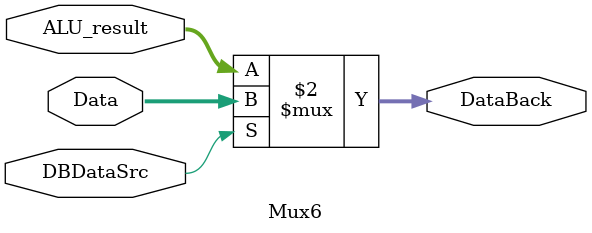
<source format=v>
`timescale 1ns / 1ps


module Mux6(
    input DBDataSrc,
    input[31:0] ALU_result,
    input[31:0] Data,
    output[31:0] DataBack
    );
    assign DataBack = (DBDataSrc== 1'b0)? ALU_result:Data;
endmodule

</source>
